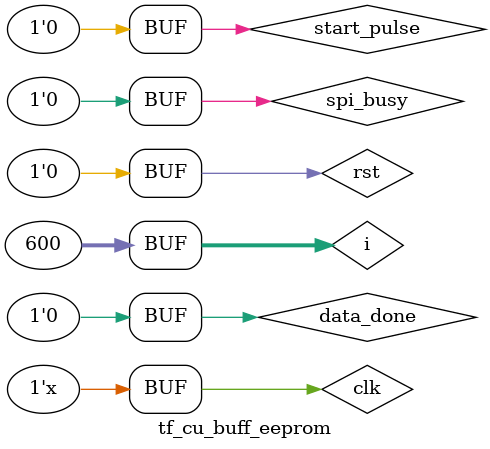
<source format=v>
`timescale 1ns / 1ns


module tf_cu_buff_eeprom;

	// Inputs
	reg clk;
	reg rst;
	reg start_pulse;
	reg spi_busy;
	reg data_done;

	// Outputs
	wire load_data;
	wire nCS;
	wire [2:0] sel_data;
	wire sel_eeprom;
	wire page_done;
	wire block_done;
	wire [7:0] addr;
	integer i;

	// Instantiate the Unit Under Test (UUT)
	cu_buff_eeprom uut (
		.clk(clk), 
		.rst(rst), 
		.start_pulse(start_pulse), 
		.spi_busy(spi_busy), 
		.data_done(data_done), 
		.load_data(load_data), 
		.nCS(nCS), 
		.sel_data(sel_data), 
		.page_done(page_done), 
		.addr(addr)
	);

	initial begin
		// Initialize Inputs
		clk = 0;
		rst = 0;
		start_pulse = 0;
		spi_busy = 0;
		data_done = 0;

		// Wait 100 ns for global reset to finish
		#100 rst=1;
		#100 rst=0;
		
		#100 start_pulse=1;
		#100 start_pulse=0;
		
		for (i=0;i<600;i=i+1)
		begin
		#10000 spi_busy=1;
		#100 spi_busy=0;
		end
		
        
		// Add stimulus here

	end

always
#10 clk =~clk;      
endmodule


</source>
